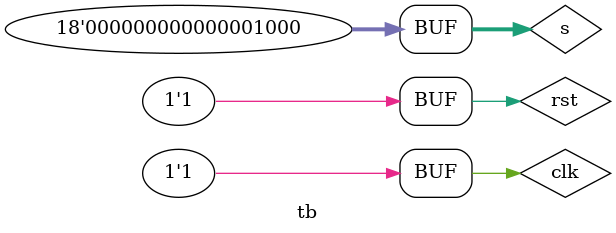
<source format=v>
`timescale 1ns/1ns
module tb();
  reg clk                     = 1, rst = 1;
  wire [17:0]s;
  assign s                    = {14'b0, rst, 3'b0};
  
  wire [15:0] SRAM_DQ;
  wire [17:0] SRAM_ADDR;
  wire SRAM_WE_N;

	MIPS mips(
			.CLOCK_50(clk),
			.SW(s), 
		   	.SRAM_DQ(SRAM_DQ),           // SRAM Data bus
		    .SRAM_ADDR(SRAM_ADDR),    // SRAM Addr bus
			.SRAM_WE_N(SRAM_WE_N)          // SRAM write enable
	);

	SRAM sram(clk, rst, SRAM_DQ, SRAM_ADDR, SRAM_WE_N);

	initial begin
		#20 rst               =~rst;

		repeat(900)#10 clk    =~clk;
	end
    
endmodule


</source>
